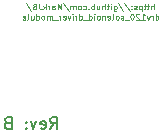
<source format=gbo>
G04 #@! TF.GenerationSoftware,KiCad,Pcbnew,(5.1.10)-1*
G04 #@! TF.CreationDate,2021-10-26T19:42:31+01:00*
G04 #@! TF.ProjectId,drv120_solenoid_driver,64727631-3230-45f7-936f-6c656e6f6964,rev?*
G04 #@! TF.SameCoordinates,Original*
G04 #@! TF.FileFunction,Legend,Bot*
G04 #@! TF.FilePolarity,Positive*
%FSLAX46Y46*%
G04 Gerber Fmt 4.6, Leading zero omitted, Abs format (unit mm)*
G04 Created by KiCad (PCBNEW (5.1.10)-1) date 2021-10-26 19:42:31*
%MOMM*%
%LPD*%
G01*
G04 APERTURE LIST*
%ADD10C,0.100000*%
%ADD11C,0.150000*%
%ADD12O,1.750000X1.200000*%
%ADD13C,3.200000*%
G04 APERTURE END LIST*
D10*
X155661642Y-106671690D02*
X155661642Y-106171690D01*
X155447357Y-106671690D02*
X155447357Y-106409785D01*
X155471166Y-106362166D01*
X155518785Y-106338357D01*
X155590214Y-106338357D01*
X155637833Y-106362166D01*
X155661642Y-106385976D01*
X155280690Y-106338357D02*
X155090214Y-106338357D01*
X155209261Y-106171690D02*
X155209261Y-106600261D01*
X155185452Y-106647880D01*
X155137833Y-106671690D01*
X155090214Y-106671690D01*
X154994976Y-106338357D02*
X154804500Y-106338357D01*
X154923547Y-106171690D02*
X154923547Y-106600261D01*
X154899738Y-106647880D01*
X154852119Y-106671690D01*
X154804500Y-106671690D01*
X154637833Y-106338357D02*
X154637833Y-106838357D01*
X154637833Y-106362166D02*
X154590214Y-106338357D01*
X154494976Y-106338357D01*
X154447357Y-106362166D01*
X154423547Y-106385976D01*
X154399738Y-106433595D01*
X154399738Y-106576452D01*
X154423547Y-106624071D01*
X154447357Y-106647880D01*
X154494976Y-106671690D01*
X154590214Y-106671690D01*
X154637833Y-106647880D01*
X154209261Y-106647880D02*
X154161642Y-106671690D01*
X154066404Y-106671690D01*
X154018785Y-106647880D01*
X153994976Y-106600261D01*
X153994976Y-106576452D01*
X154018785Y-106528833D01*
X154066404Y-106505023D01*
X154137833Y-106505023D01*
X154185452Y-106481214D01*
X154209261Y-106433595D01*
X154209261Y-106409785D01*
X154185452Y-106362166D01*
X154137833Y-106338357D01*
X154066404Y-106338357D01*
X154018785Y-106362166D01*
X153780690Y-106624071D02*
X153756880Y-106647880D01*
X153780690Y-106671690D01*
X153804500Y-106647880D01*
X153780690Y-106624071D01*
X153780690Y-106671690D01*
X153780690Y-106362166D02*
X153756880Y-106385976D01*
X153780690Y-106409785D01*
X153804500Y-106385976D01*
X153780690Y-106362166D01*
X153780690Y-106409785D01*
X153185452Y-106147880D02*
X153614023Y-106790738D01*
X152661642Y-106147880D02*
X153090214Y-106790738D01*
X152280690Y-106338357D02*
X152280690Y-106743119D01*
X152304500Y-106790738D01*
X152328309Y-106814547D01*
X152375928Y-106838357D01*
X152447357Y-106838357D01*
X152494976Y-106814547D01*
X152280690Y-106647880D02*
X152328309Y-106671690D01*
X152423547Y-106671690D01*
X152471166Y-106647880D01*
X152494976Y-106624071D01*
X152518785Y-106576452D01*
X152518785Y-106433595D01*
X152494976Y-106385976D01*
X152471166Y-106362166D01*
X152423547Y-106338357D01*
X152328309Y-106338357D01*
X152280690Y-106362166D01*
X152042595Y-106671690D02*
X152042595Y-106338357D01*
X152042595Y-106171690D02*
X152066404Y-106195500D01*
X152042595Y-106219309D01*
X152018785Y-106195500D01*
X152042595Y-106171690D01*
X152042595Y-106219309D01*
X151875928Y-106338357D02*
X151685452Y-106338357D01*
X151804500Y-106171690D02*
X151804500Y-106600261D01*
X151780690Y-106647880D01*
X151733071Y-106671690D01*
X151685452Y-106671690D01*
X151518785Y-106671690D02*
X151518785Y-106171690D01*
X151304500Y-106671690D02*
X151304500Y-106409785D01*
X151328309Y-106362166D01*
X151375928Y-106338357D01*
X151447357Y-106338357D01*
X151494976Y-106362166D01*
X151518785Y-106385976D01*
X150852119Y-106338357D02*
X150852119Y-106671690D01*
X151066404Y-106338357D02*
X151066404Y-106600261D01*
X151042595Y-106647880D01*
X150994976Y-106671690D01*
X150923547Y-106671690D01*
X150875928Y-106647880D01*
X150852119Y-106624071D01*
X150614023Y-106671690D02*
X150614023Y-106171690D01*
X150614023Y-106362166D02*
X150566404Y-106338357D01*
X150471166Y-106338357D01*
X150423547Y-106362166D01*
X150399738Y-106385976D01*
X150375928Y-106433595D01*
X150375928Y-106576452D01*
X150399738Y-106624071D01*
X150423547Y-106647880D01*
X150471166Y-106671690D01*
X150566404Y-106671690D01*
X150614023Y-106647880D01*
X150161642Y-106624071D02*
X150137833Y-106647880D01*
X150161642Y-106671690D01*
X150185452Y-106647880D01*
X150161642Y-106624071D01*
X150161642Y-106671690D01*
X149709261Y-106647880D02*
X149756880Y-106671690D01*
X149852119Y-106671690D01*
X149899738Y-106647880D01*
X149923547Y-106624071D01*
X149947357Y-106576452D01*
X149947357Y-106433595D01*
X149923547Y-106385976D01*
X149899738Y-106362166D01*
X149852119Y-106338357D01*
X149756880Y-106338357D01*
X149709261Y-106362166D01*
X149423547Y-106671690D02*
X149471166Y-106647880D01*
X149494976Y-106624071D01*
X149518785Y-106576452D01*
X149518785Y-106433595D01*
X149494976Y-106385976D01*
X149471166Y-106362166D01*
X149423547Y-106338357D01*
X149352119Y-106338357D01*
X149304500Y-106362166D01*
X149280690Y-106385976D01*
X149256880Y-106433595D01*
X149256880Y-106576452D01*
X149280690Y-106624071D01*
X149304500Y-106647880D01*
X149352119Y-106671690D01*
X149423547Y-106671690D01*
X149042595Y-106671690D02*
X149042595Y-106338357D01*
X149042595Y-106385976D02*
X149018785Y-106362166D01*
X148971166Y-106338357D01*
X148899738Y-106338357D01*
X148852119Y-106362166D01*
X148828309Y-106409785D01*
X148828309Y-106671690D01*
X148828309Y-106409785D02*
X148804500Y-106362166D01*
X148756880Y-106338357D01*
X148685452Y-106338357D01*
X148637833Y-106362166D01*
X148614023Y-106409785D01*
X148614023Y-106671690D01*
X148018785Y-106147880D02*
X148447357Y-106790738D01*
X147852119Y-106671690D02*
X147852119Y-106171690D01*
X147685452Y-106528833D01*
X147518785Y-106171690D01*
X147518785Y-106671690D01*
X147066404Y-106671690D02*
X147066404Y-106409785D01*
X147090214Y-106362166D01*
X147137833Y-106338357D01*
X147233071Y-106338357D01*
X147280690Y-106362166D01*
X147066404Y-106647880D02*
X147114023Y-106671690D01*
X147233071Y-106671690D01*
X147280690Y-106647880D01*
X147304500Y-106600261D01*
X147304500Y-106552642D01*
X147280690Y-106505023D01*
X147233071Y-106481214D01*
X147114023Y-106481214D01*
X147066404Y-106457404D01*
X146828309Y-106671690D02*
X146828309Y-106338357D01*
X146828309Y-106433595D02*
X146804500Y-106385976D01*
X146780690Y-106362166D01*
X146733071Y-106338357D01*
X146685452Y-106338357D01*
X146518785Y-106671690D02*
X146518785Y-106171690D01*
X146471166Y-106481214D02*
X146328309Y-106671690D01*
X146328309Y-106338357D02*
X146518785Y-106528833D01*
X145971166Y-106171690D02*
X145971166Y-106528833D01*
X145994976Y-106600261D01*
X146042595Y-106647880D01*
X146114023Y-106671690D01*
X146161642Y-106671690D01*
X145566404Y-106409785D02*
X145494976Y-106433595D01*
X145471166Y-106457404D01*
X145447357Y-106505023D01*
X145447357Y-106576452D01*
X145471166Y-106624071D01*
X145494976Y-106647880D01*
X145542595Y-106671690D01*
X145733071Y-106671690D01*
X145733071Y-106171690D01*
X145566404Y-106171690D01*
X145518785Y-106195500D01*
X145494976Y-106219309D01*
X145471166Y-106266928D01*
X145471166Y-106314547D01*
X145494976Y-106362166D01*
X145518785Y-106385976D01*
X145566404Y-106409785D01*
X145733071Y-106409785D01*
X144875928Y-106147880D02*
X145304500Y-106790738D01*
X155816404Y-107521690D02*
X155816404Y-107021690D01*
X155816404Y-107497880D02*
X155864023Y-107521690D01*
X155959261Y-107521690D01*
X156006880Y-107497880D01*
X156030690Y-107474071D01*
X156054500Y-107426452D01*
X156054500Y-107283595D01*
X156030690Y-107235976D01*
X156006880Y-107212166D01*
X155959261Y-107188357D01*
X155864023Y-107188357D01*
X155816404Y-107212166D01*
X155578309Y-107521690D02*
X155578309Y-107188357D01*
X155578309Y-107283595D02*
X155554500Y-107235976D01*
X155530690Y-107212166D01*
X155483071Y-107188357D01*
X155435452Y-107188357D01*
X155316404Y-107188357D02*
X155197357Y-107521690D01*
X155078309Y-107188357D01*
X154625928Y-107521690D02*
X154911642Y-107521690D01*
X154768785Y-107521690D02*
X154768785Y-107021690D01*
X154816404Y-107093119D01*
X154864023Y-107140738D01*
X154911642Y-107164547D01*
X154435452Y-107069309D02*
X154411642Y-107045500D01*
X154364023Y-107021690D01*
X154244976Y-107021690D01*
X154197357Y-107045500D01*
X154173547Y-107069309D01*
X154149738Y-107116928D01*
X154149738Y-107164547D01*
X154173547Y-107235976D01*
X154459261Y-107521690D01*
X154149738Y-107521690D01*
X153840214Y-107021690D02*
X153792595Y-107021690D01*
X153744976Y-107045500D01*
X153721166Y-107069309D01*
X153697357Y-107116928D01*
X153673547Y-107212166D01*
X153673547Y-107331214D01*
X153697357Y-107426452D01*
X153721166Y-107474071D01*
X153744976Y-107497880D01*
X153792595Y-107521690D01*
X153840214Y-107521690D01*
X153887833Y-107497880D01*
X153911642Y-107474071D01*
X153935452Y-107426452D01*
X153959261Y-107331214D01*
X153959261Y-107212166D01*
X153935452Y-107116928D01*
X153911642Y-107069309D01*
X153887833Y-107045500D01*
X153840214Y-107021690D01*
X153578309Y-107569309D02*
X153197357Y-107569309D01*
X153102119Y-107497880D02*
X153054500Y-107521690D01*
X152959261Y-107521690D01*
X152911642Y-107497880D01*
X152887833Y-107450261D01*
X152887833Y-107426452D01*
X152911642Y-107378833D01*
X152959261Y-107355023D01*
X153030690Y-107355023D01*
X153078309Y-107331214D01*
X153102119Y-107283595D01*
X153102119Y-107259785D01*
X153078309Y-107212166D01*
X153030690Y-107188357D01*
X152959261Y-107188357D01*
X152911642Y-107212166D01*
X152602119Y-107521690D02*
X152649738Y-107497880D01*
X152673547Y-107474071D01*
X152697357Y-107426452D01*
X152697357Y-107283595D01*
X152673547Y-107235976D01*
X152649738Y-107212166D01*
X152602119Y-107188357D01*
X152530690Y-107188357D01*
X152483071Y-107212166D01*
X152459261Y-107235976D01*
X152435452Y-107283595D01*
X152435452Y-107426452D01*
X152459261Y-107474071D01*
X152483071Y-107497880D01*
X152530690Y-107521690D01*
X152602119Y-107521690D01*
X152149738Y-107521690D02*
X152197357Y-107497880D01*
X152221166Y-107450261D01*
X152221166Y-107021690D01*
X151768785Y-107497880D02*
X151816404Y-107521690D01*
X151911642Y-107521690D01*
X151959261Y-107497880D01*
X151983071Y-107450261D01*
X151983071Y-107259785D01*
X151959261Y-107212166D01*
X151911642Y-107188357D01*
X151816404Y-107188357D01*
X151768785Y-107212166D01*
X151744976Y-107259785D01*
X151744976Y-107307404D01*
X151983071Y-107355023D01*
X151530690Y-107188357D02*
X151530690Y-107521690D01*
X151530690Y-107235976D02*
X151506880Y-107212166D01*
X151459261Y-107188357D01*
X151387833Y-107188357D01*
X151340214Y-107212166D01*
X151316404Y-107259785D01*
X151316404Y-107521690D01*
X151006880Y-107521690D02*
X151054500Y-107497880D01*
X151078309Y-107474071D01*
X151102119Y-107426452D01*
X151102119Y-107283595D01*
X151078309Y-107235976D01*
X151054500Y-107212166D01*
X151006880Y-107188357D01*
X150935452Y-107188357D01*
X150887833Y-107212166D01*
X150864023Y-107235976D01*
X150840214Y-107283595D01*
X150840214Y-107426452D01*
X150864023Y-107474071D01*
X150887833Y-107497880D01*
X150935452Y-107521690D01*
X151006880Y-107521690D01*
X150625928Y-107521690D02*
X150625928Y-107188357D01*
X150625928Y-107021690D02*
X150649738Y-107045500D01*
X150625928Y-107069309D01*
X150602119Y-107045500D01*
X150625928Y-107021690D01*
X150625928Y-107069309D01*
X150173547Y-107521690D02*
X150173547Y-107021690D01*
X150173547Y-107497880D02*
X150221166Y-107521690D01*
X150316404Y-107521690D01*
X150364023Y-107497880D01*
X150387833Y-107474071D01*
X150411642Y-107426452D01*
X150411642Y-107283595D01*
X150387833Y-107235976D01*
X150364023Y-107212166D01*
X150316404Y-107188357D01*
X150221166Y-107188357D01*
X150173547Y-107212166D01*
X150054500Y-107569309D02*
X149673547Y-107569309D01*
X149340214Y-107521690D02*
X149340214Y-107021690D01*
X149340214Y-107497880D02*
X149387833Y-107521690D01*
X149483071Y-107521690D01*
X149530690Y-107497880D01*
X149554500Y-107474071D01*
X149578309Y-107426452D01*
X149578309Y-107283595D01*
X149554500Y-107235976D01*
X149530690Y-107212166D01*
X149483071Y-107188357D01*
X149387833Y-107188357D01*
X149340214Y-107212166D01*
X149102119Y-107521690D02*
X149102119Y-107188357D01*
X149102119Y-107283595D02*
X149078309Y-107235976D01*
X149054500Y-107212166D01*
X149006880Y-107188357D01*
X148959261Y-107188357D01*
X148792595Y-107521690D02*
X148792595Y-107188357D01*
X148792595Y-107021690D02*
X148816404Y-107045500D01*
X148792595Y-107069309D01*
X148768785Y-107045500D01*
X148792595Y-107021690D01*
X148792595Y-107069309D01*
X148602119Y-107188357D02*
X148483071Y-107521690D01*
X148364023Y-107188357D01*
X147983071Y-107497880D02*
X148030690Y-107521690D01*
X148125928Y-107521690D01*
X148173547Y-107497880D01*
X148197357Y-107450261D01*
X148197357Y-107259785D01*
X148173547Y-107212166D01*
X148125928Y-107188357D01*
X148030690Y-107188357D01*
X147983071Y-107212166D01*
X147959261Y-107259785D01*
X147959261Y-107307404D01*
X148197357Y-107355023D01*
X147744976Y-107521690D02*
X147744976Y-107188357D01*
X147744976Y-107283595D02*
X147721166Y-107235976D01*
X147697357Y-107212166D01*
X147649738Y-107188357D01*
X147602119Y-107188357D01*
X147554500Y-107569309D02*
X147173547Y-107569309D01*
X147054500Y-107521690D02*
X147054500Y-107188357D01*
X147054500Y-107235976D02*
X147030690Y-107212166D01*
X146983071Y-107188357D01*
X146911642Y-107188357D01*
X146864023Y-107212166D01*
X146840214Y-107259785D01*
X146840214Y-107521690D01*
X146840214Y-107259785D02*
X146816404Y-107212166D01*
X146768785Y-107188357D01*
X146697357Y-107188357D01*
X146649738Y-107212166D01*
X146625928Y-107259785D01*
X146625928Y-107521690D01*
X146316404Y-107521690D02*
X146364023Y-107497880D01*
X146387833Y-107474071D01*
X146411642Y-107426452D01*
X146411642Y-107283595D01*
X146387833Y-107235976D01*
X146364023Y-107212166D01*
X146316404Y-107188357D01*
X146244976Y-107188357D01*
X146197357Y-107212166D01*
X146173547Y-107235976D01*
X146149738Y-107283595D01*
X146149738Y-107426452D01*
X146173547Y-107474071D01*
X146197357Y-107497880D01*
X146244976Y-107521690D01*
X146316404Y-107521690D01*
X145721166Y-107521690D02*
X145721166Y-107021690D01*
X145721166Y-107497880D02*
X145768785Y-107521690D01*
X145864023Y-107521690D01*
X145911642Y-107497880D01*
X145935452Y-107474071D01*
X145959261Y-107426452D01*
X145959261Y-107283595D01*
X145935452Y-107235976D01*
X145911642Y-107212166D01*
X145864023Y-107188357D01*
X145768785Y-107188357D01*
X145721166Y-107212166D01*
X145268785Y-107188357D02*
X145268785Y-107521690D01*
X145483071Y-107188357D02*
X145483071Y-107450261D01*
X145459261Y-107497880D01*
X145411642Y-107521690D01*
X145340214Y-107521690D01*
X145292595Y-107497880D01*
X145268785Y-107474071D01*
X144959261Y-107521690D02*
X145006880Y-107497880D01*
X145030690Y-107450261D01*
X145030690Y-107021690D01*
X144578309Y-107497880D02*
X144625928Y-107521690D01*
X144721166Y-107521690D01*
X144768785Y-107497880D01*
X144792595Y-107450261D01*
X144792595Y-107259785D01*
X144768785Y-107212166D01*
X144721166Y-107188357D01*
X144625928Y-107188357D01*
X144578309Y-107212166D01*
X144554500Y-107259785D01*
X144554500Y-107307404D01*
X144792595Y-107355023D01*
D11*
X146907047Y-116784380D02*
X147240380Y-116308190D01*
X147478476Y-116784380D02*
X147478476Y-115784380D01*
X147097523Y-115784380D01*
X147002285Y-115832000D01*
X146954666Y-115879619D01*
X146907047Y-115974857D01*
X146907047Y-116117714D01*
X146954666Y-116212952D01*
X147002285Y-116260571D01*
X147097523Y-116308190D01*
X147478476Y-116308190D01*
X146097523Y-116736761D02*
X146192761Y-116784380D01*
X146383238Y-116784380D01*
X146478476Y-116736761D01*
X146526095Y-116641523D01*
X146526095Y-116260571D01*
X146478476Y-116165333D01*
X146383238Y-116117714D01*
X146192761Y-116117714D01*
X146097523Y-116165333D01*
X146049904Y-116260571D01*
X146049904Y-116355809D01*
X146526095Y-116451047D01*
X145716571Y-116117714D02*
X145478476Y-116784380D01*
X145240380Y-116117714D01*
X144859428Y-116689142D02*
X144811809Y-116736761D01*
X144859428Y-116784380D01*
X144907047Y-116736761D01*
X144859428Y-116689142D01*
X144859428Y-116784380D01*
X144859428Y-116165333D02*
X144811809Y-116212952D01*
X144859428Y-116260571D01*
X144907047Y-116212952D01*
X144859428Y-116165333D01*
X144859428Y-116260571D01*
X143288000Y-116260571D02*
X143145142Y-116308190D01*
X143097523Y-116355809D01*
X143049904Y-116451047D01*
X143049904Y-116593904D01*
X143097523Y-116689142D01*
X143145142Y-116736761D01*
X143240380Y-116784380D01*
X143621333Y-116784380D01*
X143621333Y-115784380D01*
X143288000Y-115784380D01*
X143192761Y-115832000D01*
X143145142Y-115879619D01*
X143097523Y-115974857D01*
X143097523Y-116070095D01*
X143145142Y-116165333D01*
X143192761Y-116212952D01*
X143288000Y-116260571D01*
X143621333Y-116260571D01*
%LPC*%
G36*
G01*
X160537999Y-105381500D02*
X161788001Y-105381500D01*
G75*
G02*
X162038000Y-105631499I0J-249999D01*
G01*
X162038000Y-106331501D01*
G75*
G02*
X161788001Y-106581500I-249999J0D01*
G01*
X160537999Y-106581500D01*
G75*
G02*
X160288000Y-106331501I0J249999D01*
G01*
X160288000Y-105631499D01*
G75*
G02*
X160537999Y-105381500I249999J0D01*
G01*
G37*
D12*
X161163000Y-107981500D03*
G36*
G01*
X160537999Y-111731500D02*
X161788001Y-111731500D01*
G75*
G02*
X162038000Y-111981499I0J-249999D01*
G01*
X162038000Y-112681501D01*
G75*
G02*
X161788001Y-112931500I-249999J0D01*
G01*
X160537999Y-112931500D01*
G75*
G02*
X160288000Y-112681501I0J249999D01*
G01*
X160288000Y-111981499D01*
G75*
G02*
X160537999Y-111731500I249999J0D01*
G01*
G37*
X161163000Y-114331500D03*
X161163000Y-116331500D03*
D13*
X166751000Y-111125000D03*
X138049000Y-111125000D03*
M02*

</source>
